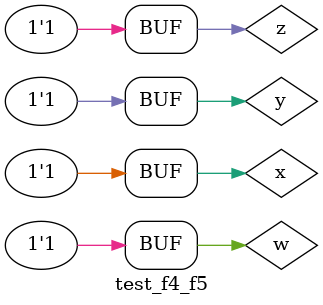
<source format=v>
module f4 (output  s,
input  a, 
input  b,
input  p,
input  q);

and AND1(s,a,b,p,q);

endmodule//f4
module f5 (output  s1,
input  c, 
input  d,
input  r,
input  t);

or OR1(s1,c,d,r,t);

 endmodule // f5
module test_f4_f5; 
// ------------------------- definir dados 
reg x,y,z,w;  
wire g,h;
f4 modulo1 (g,x,y,z,w);
f5 modulo2 (h,x,y,z,w);
// ------------------------- parte principal 
initial begin 
$display("Exemplo0031 - Gabriel Luiz M. G. Vieira - 441691"); 
$display("Test LU's module"); 
x = 'b0; y = 'b0; z = 'b0; w = 'b0;
// projetar testes do modulo 
#1 $monitor("%3b %3b %3b %3b - AND = %3b - OR = %3b",x,y,z,w,g,h);
#1 x = 'b0; y = 'b0;z ='b0;w ='b1;
#1 x = 'b0; y = 'b0;z ='b1;w ='b0;
#1 x = 'b0; y = 'b0;z ='b1;w ='b1;
#1 x = 'b0; y = 'b1;z ='b0;w ='b0;
#1 x = 'b0; y = 'b1;z ='b0;w ='b1;
#1 x = 'b0; y = 'b1;z ='b1;w ='b0;
#1 x = 'b0; y = 'b1;z ='b1;w ='b1;
#1 x = 'b1; y = 'b0;z ='b0;w ='b1;
#1 x = 'b1; y = 'b0;z ='b1;w ='b0;
#1 x = 'b1; y = 'b0;z ='b1;w ='b1;
#1 x = 'b1; y = 'b1;z ='b0;w ='b0;
#1 x = 'b1; y = 'b1;z ='b0;w ='b1;
#1 x = 'b1; y = 'b1;z ='b1;w ='b0;
#1 x = 'b1; y = 'b1;z ='b1;w ='b1;

end 
endmodule // test_f4 
</source>
